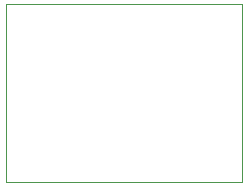
<source format=gko>
G75*
%MOIN*%
%OFA0B0*%
%FSLAX25Y25*%
%IPPOS*%
%LPD*%
%AMOC8*
5,1,8,0,0,1.08239X$1,22.5*
%
%ADD10C,0.00000*%
D10*
X0001600Y0008290D02*
X0001600Y0067345D01*
X0080340Y0067345D01*
X0080340Y0008290D01*
X0001600Y0008290D01*
M02*

</source>
